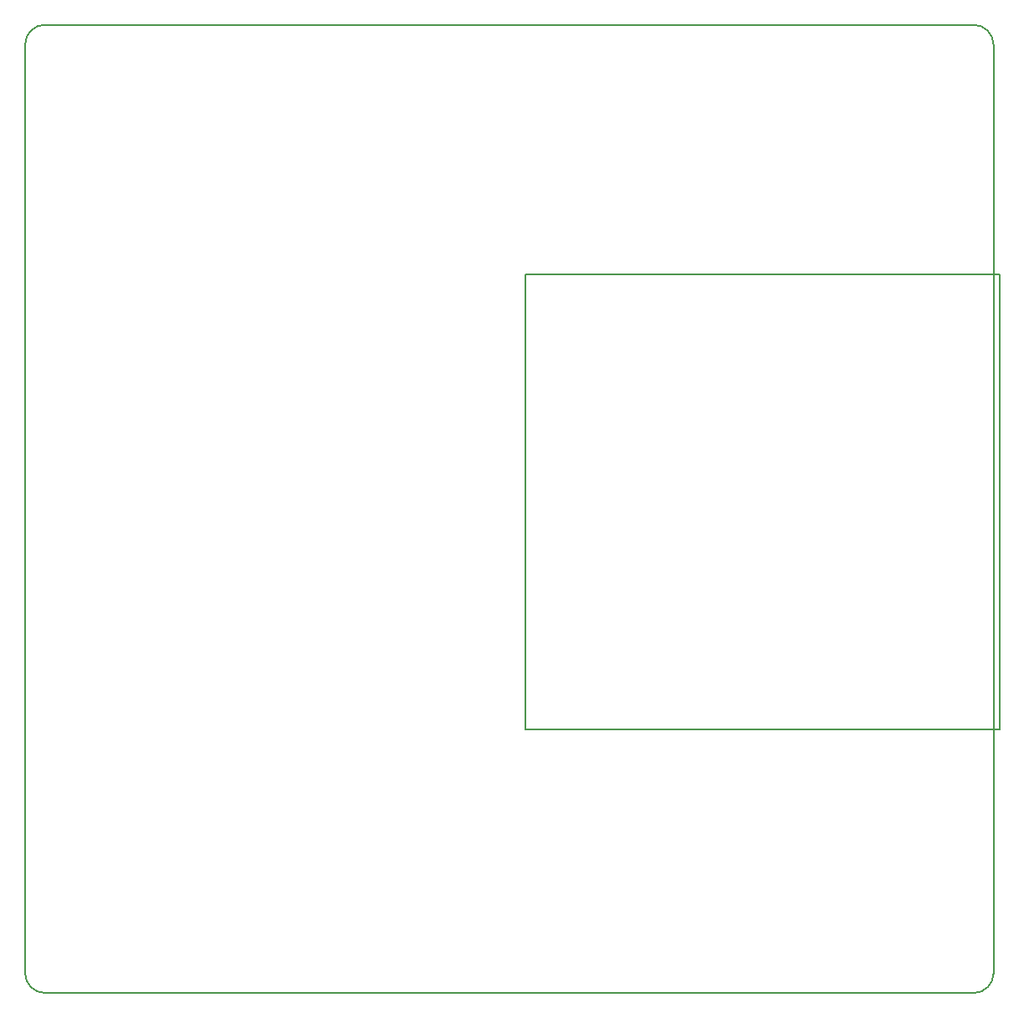
<source format=gbr>
G04 #@! TF.GenerationSoftware,KiCad,Pcbnew,5.1.2-f72e74a~84~ubuntu18.04.1*
G04 #@! TF.CreationDate,2019-05-06T19:06:46+08:00*
G04 #@! TF.ProjectId,printer-board,7072696e-7465-4722-9d62-6f6172642e6b,rev?*
G04 #@! TF.SameCoordinates,Original*
G04 #@! TF.FileFunction,Drawing*
%FSLAX46Y46*%
G04 Gerber Fmt 4.6, Leading zero omitted, Abs format (unit mm)*
G04 Created by KiCad (PCBNEW 5.1.2-f72e74a~84~ubuntu18.04.1) date 2019-05-06 19:06:46*
%MOMM*%
%LPD*%
G04 APERTURE LIST*
%ADD10C,0.150000*%
G04 APERTURE END LIST*
D10*
X99000000Y-97000000D02*
X99000000Y-3000000D01*
X99000000Y-97000000D02*
G75*
G02X97000000Y-99000000I-2000000J0D01*
G01*
X3000000Y-99000000D02*
X97000000Y-99000000D01*
X3000000Y-99000000D02*
G75*
G02X1000000Y-97000000I0J2000000D01*
G01*
X97000000Y-1000000D02*
G75*
G02X99000000Y-3000000I0J-2000000D01*
G01*
X1000000Y-3000000D02*
G75*
G02X3000000Y-1000000I2000000J0D01*
G01*
X1000000Y-3000000D02*
X1000000Y-97000000D01*
X3000000Y-1000000D02*
X97000000Y-1000000D01*
X99600000Y-72300000D02*
X99600000Y-26300000D01*
X99600000Y-26300000D02*
X51600000Y-26300000D01*
X51600000Y-26300000D02*
X51600000Y-72300000D01*
X51600000Y-72300000D02*
X99600000Y-72300000D01*
M02*

</source>
